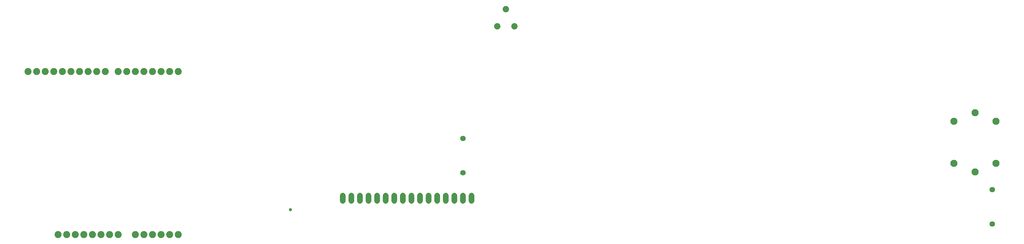
<source format=gbr>
G04 EAGLE Gerber RS-274X export*
G75*
%MOMM*%
%FSLAX34Y34*%
%LPD*%
%INSoldermask Top*%
%IPPOS*%
%AMOC8*
5,1,8,0,0,1.08239X$1,22.5*%
G01*
G04 Define Apertures*
%ADD10C,1.633200*%
%ADD11C,2.082800*%
%ADD12C,1.727200*%
%ADD13C,1.879600*%
%ADD14C,2.108200*%
%ADD15C,0.959600*%
D10*
X1575753Y441198D03*
X1575753Y542798D03*
D11*
X428050Y258408D03*
X453450Y258408D03*
X478850Y258408D03*
X504250Y258408D03*
X529650Y258408D03*
X555050Y258408D03*
X605850Y258408D03*
X631250Y258408D03*
X656650Y258408D03*
X682050Y258408D03*
X707450Y258408D03*
X732850Y258408D03*
X732850Y741008D03*
X707450Y741008D03*
X682050Y741008D03*
X656650Y741008D03*
X631250Y741008D03*
X605850Y741008D03*
X580450Y741008D03*
X555050Y741008D03*
X516950Y741008D03*
X491550Y741008D03*
X466150Y741008D03*
X440750Y741008D03*
X415350Y741008D03*
X389950Y741008D03*
X364550Y741008D03*
X339150Y741008D03*
X313750Y741008D03*
X288350Y741008D03*
X402650Y258408D03*
X377250Y258408D03*
D12*
X1220153Y358648D02*
X1220153Y373888D01*
X1245553Y373888D02*
X1245553Y358648D01*
X1270953Y358648D02*
X1270953Y373888D01*
X1296353Y373888D02*
X1296353Y358648D01*
X1321753Y358648D02*
X1321753Y373888D01*
X1347153Y373888D02*
X1347153Y358648D01*
X1372553Y358648D02*
X1372553Y373888D01*
X1397953Y373888D02*
X1397953Y358648D01*
X1423353Y358648D02*
X1423353Y373888D01*
X1448753Y373888D02*
X1448753Y358648D01*
X1474153Y358648D02*
X1474153Y373888D01*
X1499553Y373888D02*
X1499553Y358648D01*
X1524953Y358648D02*
X1524953Y373888D01*
X1550353Y373888D02*
X1550353Y358648D01*
X1575753Y358648D02*
X1575753Y373888D01*
X1601153Y373888D02*
X1601153Y358648D01*
D13*
X1677437Y875440D03*
X1702837Y926240D03*
X1728237Y875440D03*
D14*
X3153292Y593873D03*
X3091062Y619527D03*
X3028832Y593873D03*
X3028832Y469413D03*
X3091062Y443759D03*
X3153292Y469413D03*
D10*
X3141862Y290343D03*
X3141862Y391943D03*
D15*
X1065276Y332232D03*
M02*

</source>
